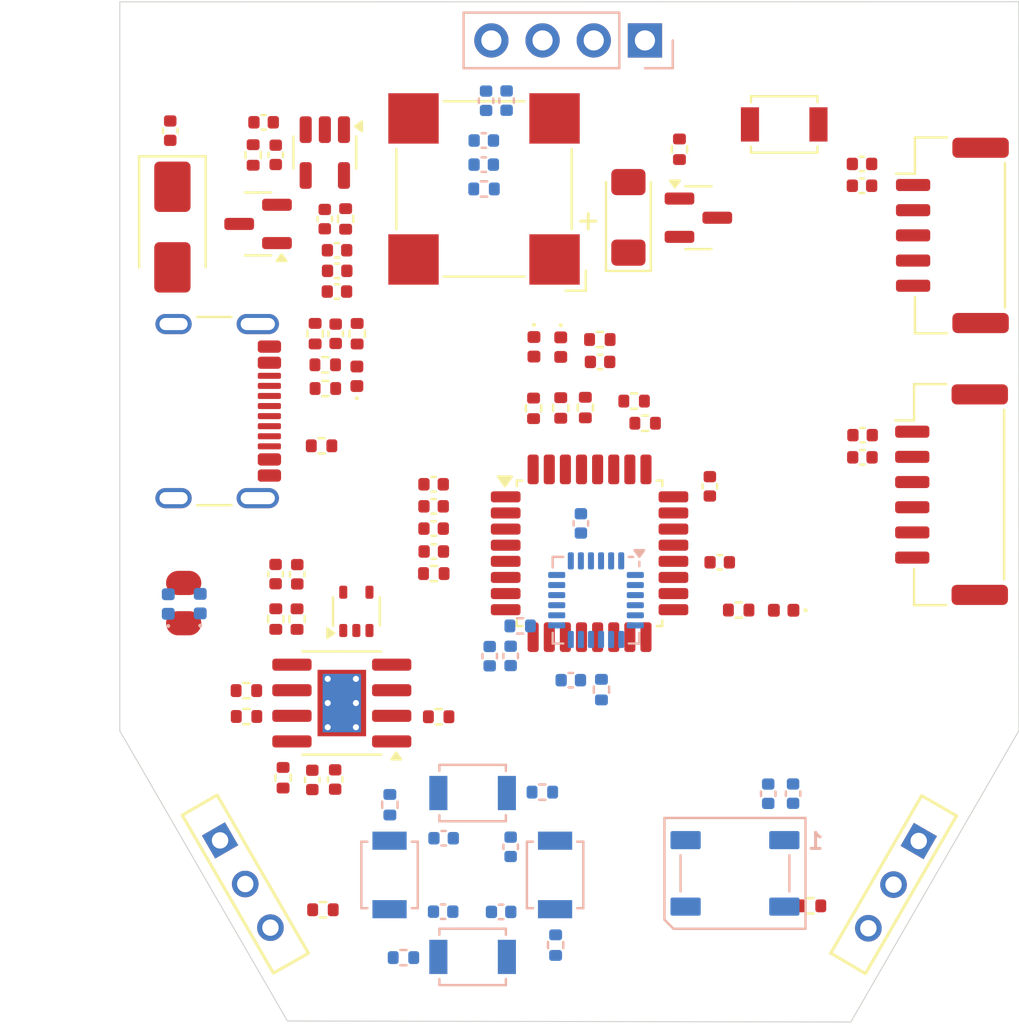
<source format=kicad_pcb>
(kicad_pcb (version 20241229) (generator "pcbnew") (generator_version "9.0")
  (layers (0 "F.Cu" signal) (2 "B.Cu" signal) (13 "F.Paste" user) (15 "B.Paste" user) (5 "F.SilkS" user "F.Silkscreen") (7 "B.SilkS" user "B.Silkscreen") (1 "F.Mask" user) (3 "B.Mask" user) (25 "Edge.Cuts" user))
  (net 0 "")
  (net 1 "GND")
  (net 2 "Net-(U1-AREF)")
  (net 3 "Net-(D2-A)")
  (net 4 "+3.3V")
  (net 5 "VBUS")
  (net 6 "DTR")
  (net 7 "Net-(SW1A-A)")
  (net 8 "+5V")
  (net 9 "Net-(U3-REGOUT)")
  (net 10 "Net-(U3-CPOUT)")
  (net 11 "/D4")
  (net 12 "/D6")
  (net 13 "/A1")
  (net 14 "/D5")
  (net 15 "Net-(D1-A)")
  (net 16 "Net-(D2-K)")
  (net 17 "Net-(D3-A)")
  (net 18 "Net-(D4-A)")
  (net 19 "Net-(D5-K)")
  (net 20 "Net-(D6-K)")
  (net 21 "Net-(D7-A)")
  (net 22 "/D2")
  (net 24 "Net-(J1-CC2)")
  (net 28 "Net-(J1-CC1)")
  (net 32 "+BATT")
  (net 33 "/SDA")
  (net 34 "/SCL")
  (net 36 "/MISO")
  (net 37 "/SCK")
  (net 39 "/MOSI")
  (net 40 "/RST")
  (net 42 "/TX")
  (net 43 "/RX")
  (net 45 "Net-(U3-AD0)")
  (net 46 "Net-(SW2-A)")
  (net 47 "Net-(U4-~{CHRG})")
  (net 48 "Net-(U4-~{STDBY})")
  (net 49 "Net-(U4-PROG)")
  (net 50 "Net-(U5-+)")
  (net 51 "Net-(SW2-B)")
  (net 52 "/D7")
  (net 53 "Net-(U1-AVCC)")
  (net 54 "Net-(U1-XTAL2{slash}PB7)")
  (net 55 "/D3")
  (net 57 "/A3")
  (net 58 "/A0")
  (net 59 "Net-(U1-XTAL1{slash}PB6)")
  (net 60 "/D9")
  (net 64 "/A2")
  (net 65 "/D10")
  (net 66 "/D8")
  (net 68 "Net-(U2-VOUT)")
  (net 76 "Net-(U3-VDD)")
  (net 84 "Net-(U4-CE)")
  (net 85 "Net-(SW6-A)")
  (net 86 "Net-(D9-K)")
  (net 87 "Net-(D9-A)")
  (net 88 "Net-(Q2-B)")
  (footprint "Capacitor_SMD:C_0402_1005Metric" (layer "F.Cu") (at 136.211 84.955)
    (property "Reference" "C8" (hide yes))
    (property "Value" "0.1uF")
    (pad "1" smd roundrect (at -0.48 0) (size 0.56 0.62) (layers "F.Cu" "F.Mask" "F.Paste") (net 7 "Net-(SW1A-A)"))
    (pad "2" smd roundrect (at 0.48 0) (size 0.56 0.62) (layers "F.Cu" "F.Mask" "F.Paste") (net 6 "DTR"))
  )
  (footprint "Resistor_SMD:R_0402_1005Metric" (layer "F.Cu") (at 138.449 87.999)
    (property "Reference" "R7" (hide yes))
    (property "Value" "10K")
    (pad "1" smd roundrect (at -0.51 0) (size 0.54 0.64) (layers "F.Cu" "F.Mask" "F.Paste") (net 33 "/SDA"))
    (pad "2" smd roundrect (at 0.51 0) (size 0.54 0.64) (layers "F.Cu" "F.Mask" "F.Paste") (net 4 "+3.3V"))
  )
  (footprint "Capacitor_SMD:C_0402_1005Metric" (layer "F.Cu") (at 141.66 91.13 -90)
    (property "Reference" "C34" (hide yes))
    (property "Value" "100nF")
    (pad "1" smd roundrect (at -0.48 0 270) (size 0.56 0.62) (layers "F.Cu" "F.Mask" "F.Paste") (net 1 "GND"))
    (pad "2" smd roundrect (at 0.48 0 270) (size 0.56 0.62) (layers "F.Cu" "F.Mask" "F.Paste") (net 13 "/A1"))
  )
  (footprint "LED_SMD:LED_0402_1005Metric" (layer "F.Cu") (at 134.26 84.2235 -90)
    (property "Reference" "D3" (hide yes))
    (property "Value" "LED")
    (pad "1" smd roundrect (at -0.485 0 270) (size 0.59 0.64) (layers "F.Cu" "F.Mask" "F.Paste") (net 1 "GND"))
    (pad "2" smd roundrect (at 0.485 0 270) (size 0.59 0.64) (layers "F.Cu" "F.Mask" "F.Paste") (net 17 "Net-(D3-A)"))
  )
  (footprint "Resistor_SMD:R_0402_1005Metric" (layer "F.Cu") (at 118.666 102.552)
    (property "Reference" "R19" (hide yes))
    (property "Value" "330E")
    (pad "1" smd roundrect (at -0.51 0) (size 0.54 0.64) (layers "F.Cu" "F.Mask" "F.Paste") (net 19 "Net-(D5-K)"))
    (pad "2" smd roundrect (at 0.51 0) (size 0.54 0.64) (layers "F.Cu" "F.Mask" "F.Paste") (net 47 "Net-(U4-~{CHRG})"))
  )
  (footprint "Capacitor_SMD:C_0402_1005Metric" (layer "F.Cu") (at 122.5485 77.869 90)
    (property "Reference" "C18" (hide yes))
    (property "Value" "100nF")
    (pad "1" smd roundrect (at -0.48 0 90) (size 0.56 0.62) (layers "F.Cu" "F.Mask" "F.Paste") (net 4 "+3.3V"))
    (pad "2" smd roundrect (at 0.48 0 90) (size 0.56 0.62) (layers "F.Cu" "F.Mask" "F.Paste") (net 1 "GND"))
  )
  (footprint "Resistor_SMD:R_0402_1005Metric" (layer "F.Cu") (at 135.48 87.221 90)
    (property "Reference" "R6" (hide yes))
    (property "Value" "0")
    (pad "1" smd roundrect (at -0.51 0 90) (size 0.54 0.64) (layers "F.Cu" "F.Mask" "F.Paste") (net 40 "/RST"))
    (pad "2" smd roundrect (at 0.51 0 90) (size 0.54 0.64) (layers "F.Cu" "F.Mask" "F.Paste") (net 7 "Net-(SW1A-A)"))
  )
  (footprint "Resistor_SMD:R_0402_1005Metric" (layer "F.Cu") (at 122.571 85.1)
    (property "Reference" "R3" (hide yes))
    (property "Value" "0")
    (pad "1" smd roundrect (at -0.51 0) (size 0.54 0.64) (layers "F.Cu" "F.Mask" "F.Paste") (net 8 "+5V"))
    (pad "2" smd roundrect (at 0.51 0) (size 0.54 0.64) (layers "F.Cu" "F.Mask" "F.Paste") (net 3 "Net-(D2-A)"))
  )
  (footprint "Package_TO_SOT_SMD:SOT-23" (layer "F.Cu") (at 119.239 78.108 180)
    (property "Reference" "Q1" (hide yes))
    (property "Value" "A03401A")
    (pad "1" smd roundrect (at -0.9375 -0.95 180) (size 1.475 0.6) (layers "F.Cu" "F.Mask" "F.Paste") (net 3 "Net-(D2-A)"))
    (pad "2" smd roundrect (at -0.9375 0.95 180) (size 1.475 0.6) (layers "F.Cu" "F.Mask" "F.Paste") (net 32 "+BATT"))
    (pad "3" smd roundrect (at 0.9375 0 180) (size 1.475 0.6) (layers "F.Cu" "F.Mask" "F.Paste") (net 16 "Net-(D2-K)"))
  )
  (footprint "Resistor_SMD:R_0402_1005Metric" (layer "F.Cu") (at 123.5835 77.86 -90)
    (property "Reference" "R17" (hide yes))
    (property "Value" "0")
    (pad "1" smd roundrect (at -0.51 0 270) (size 0.54 0.64) (layers "F.Cu" "F.Mask" "F.Paste") (net 68 "Net-(U2-VOUT)"))
    (pad "2" smd roundrect (at 0.51 0 270) (size 0.54 0.64) (layers "F.Cu" "F.Mask" "F.Paste") (net 4 "+3.3V"))
  )
  (footprint "Resistor_SMD:R_0402_1005Metric" (layer "F.Cu") (at 122.07 83.554 90)
    (property "Reference" "R8" (hide yes))
    (property "Value" "100K")
    (pad "1" smd roundrect (at -0.51 0 90) (size 0.54 0.64) (layers "F.Cu" "F.Mask" "F.Paste") (net 3 "Net-(D2-A)"))
    (pad "2" smd roundrect (at 0.51 0 90) (size 0.54 0.64) (layers "F.Cu" "F.Mask" "F.Paste") (net 1 "GND"))
  )
  (footprint "Resistor_SMD:R_0402_1005Metric" (layer "F.Cu") (at 128.201 102.566 180)
    (property "Reference" "R23" (hide yes))
    (property "Value" "1K2")
    (pad "1" smd roundrect (at -0.51 0 180) (size 0.54 0.64) (layers "F.Cu" "F.Mask" "F.Paste") (net 1 "GND"))
    (pad "2" smd roundrect (at 0.51 0 180) (size 0.54 0.64) (layers "F.Cu" "F.Mask" "F.Paste") (net 49 "Net-(U4-PROG)"))
  )
  (footprint "Diode_SMD:D_MiniMELF" (layer "F.Cu") (at 137.6175 77.782 90)
    (property "Reference" "D9" (hide yes))
    (property "Value" "1N4148")
    (pad "1" smd roundrect (at -1.75 0 90) (size 1.3 1.7) (layers "F.Cu" "F.Mask" "F.Paste") (roundrect_rratio 0.1923076923) (net 86 "Net-(D9-K)"))
    (pad "2" smd roundrect (at 1.75 0 90) (size 1.3 1.7) (layers "F.Cu" "F.Mask" "F.Paste") (roundrect_rratio 0.1923076923) (net 87 "Net-(D9-A)"))
  )
  (footprint "LED_SMD:LED_0402_1005Metric" (layer "F.Cu") (at 145.3225 97.28 180)
    (property "Reference" "D1" (hide yes))
    (property "Value" "LED")
    (pad "1" smd roundrect (at -0.485 0 180) (size 0.59 0.64) (layers "F.Cu" "F.Mask" "F.Paste") (net 1 "GND"))
    (pad "2" smd roundrect (at 0.485 0 180) (size 0.59 0.64) (layers "F.Cu" "F.Mask" "F.Paste") (net 15 "Net-(D1-A)"))
  )
  (footprint "Capacitor_SMD:C_0402_1005Metric" (layer "F.Cu") (at 120.1145 74.68 -90)
    (property "Reference" "C6" (hide yes))
    (property "Value" "10uF")
    (pad "1" smd roundrect (at -0.48 0 270) (size 0.56 0.62) (layers "F.Cu" "F.Mask" "F.Paste") (net 5 "VBUS"))
    (pad "2" smd roundrect (at 0.48 0 270) (size 0.56 0.62) (layers "F.Cu" "F.Mask" "F.Paste") (net 1 "GND"))
  )
  (footprint "Resistor_SMD:R_0402_1005Metric" (layer "F.Cu") (at 124.154 83.557 -90)
    (property "Reference" "R24" (hide yes))
    (property "Value" "100E")
    (pad "1" smd roundrect (at -0.51 0 270) (size 0.54 0.64) (layers "F.Cu" "F.Mask" "F.Paste") (net 4 "+3.3V"))
    (pad "2" smd roundrect (at 0.51 0 270) (size 0.54 0.64) (layers "F.Cu" "F.Mask" "F.Paste") (net 21 "Net-(D7-A)"))
  )
  (footprint "Capacitor_SMD:C_0402_1005Metric" (layer "F.Cu") (at 121.1835 95.495 90)
    (property "Reference" "C23" (hide yes))
    (property "Value" "10uF")
    (pad "1" smd roundrect (at -0.48 0 90) (size 0.56 0.62) (layers "F.Cu" "F.Mask" "F.Paste") (net 4 "+3.3V"))
    (pad "2" smd roundrect (at 0.48 0 90) (size 0.56 0.62) (layers "F.Cu" "F.Mask" "F.Paste") (net 1 "GND"))
  )
  (footprint "Resistor_SMD:R_0402_1005Metric" (layer "F.Cu") (at 121.172 97.72 90)
    (property "Reference" "R29" (hide yes))
    (property "Value" "1K")
    (pad "1" smd roundrect (at -0.51 0 90) (size 0.54 0.64) (layers "F.Cu" "F.Mask" "F.Paste") (net 1 "GND"))
    (pad "2" smd roundrect (at 0.51 0 90) (size 0.54 0.64) (layers "F.Cu" "F.Mask" "F.Paste") (net 50 "Net-(U5-+)"))
  )
  (footprint "Package_TO_SOT_SMD:SOT-353_SC-70-5" (layer "F.Cu") (at 124.1165 97.335 90)
    (property "Reference" "U5" (hide yes))
    (property "Value" "LMV321")
    (pad "1" smd roundrect (at -0.95 -0.65 90) (size 0.65 0.4) (layers "F.Cu" "F.Mask" "F.Paste") (net 50 "Net-(U5-+)"))
    (pad "2" smd roundrect (at -0.95 0 90) (size 0.65 0.4) (layers "F.Cu" "F.Mask" "F.Paste") (net 1 "GND"))
    (pad "3" smd roundrect (at -0.95 0.65 90) (size 0.65 0.4) (layers "F.Cu" "F.Mask" "F.Paste") (net 13 "/A1"))
    (pad "4" smd roundrect (at 0.95 0.65 90) (size 0.65 0.4) (layers "F.Cu" "F.Mask" "F.Paste") (net 13 "/A1"))
    (pad "5" smd roundrect (at 0.95 -0.65 90) (size 0.65 0.4) (layers "F.Cu" "F.Mask" "F.Paste") (net 4 "+3.3V"))
  )
  (footprint "Capacitor_SMD:C_0402_1005Metric" (layer "F.Cu") (at 123.09 83.56 -90)
    (property "Reference" "C2" (hide yes))
    (property "Value" "10uF")
    (pad "1" smd roundrect (at -0.48 0 270) (size 0.56 0.62) (layers "F.Cu" "F.Mask" "F.Paste") (net 1 "GND"))
    (pad "2" smd roundrect (at 0.48 0 270) (size 0.56 0.62) (layers "F.Cu" "F.Mask" "F.Paste") (net 3 "Net-(D2-A)"))
  )
  (footprint "Capacitor_SMD:C_0402_1005Metric" (layer "F.Cu") (at 149.2105 75.131 180)
    (property "Reference" "C33" (hide yes))
    (property "Value" "10uF")
    (pad "1" smd roundrect (at -0.48 0 180) (size 0.56 0.62) (layers "F.Cu" "F.Mask" "F.Paste") (net 5 "VBUS"))
    (pad "2" smd roundrect (at 0.48 0 180) (size 0.56 0.62) (layers "F.Cu" "F.Mask" "F.Paste") (net 1 "GND"))
  )
  (footprint "Resistor_SMD:R_0402_1005Metric" (layer "F.Cu") (at 118.659 101.268)
    (property "Reference" "R20" (hide yes))
    (property "Value" "330E")
    (pad "1" smd roundrect (at -0.51 0) (size 0.54 0.64) (layers "F.Cu" "F.Mask" "F.Paste") (net 20 "Net-(D6-K)"))
    (pad "2" smd roundrect (at 0.51 0) (size 0.54 0.64) (layers "F.Cu" "F.Mask" "F.Paste") (net 48 "Net-(U4-~{STDBY})"))
  )
  (footprint "Resistor_SMD:R_0402_1005Metric" (layer "F.Cu") (at 120.479 105.592 90)
    (property "Reference" "R22" (hide yes))
    (property "Value" "0")
    (pad "1" smd roundrect (at -0.51 0 90) (size 0.54 0.64) (layers "F.Cu" "F.Mask" "F.Paste") (net 8 "+5V"))
    (pad "2" smd roundrect (at 0.51 0 90) (size 0.54 0.64) (layers "F.Cu" "F.Mask" "F.Paste") (net 84 "Net-(U4-CE)"))
  )
  (footprint "Connector_JST:JST_PH_B2B-PH-K_1x02_P2.00mm_Vertical" (layer "F.Cu") (at 115.546 95.925 -90)
    (property "Reference" "J2" (hide yes))
    (property "Value" "Conn_01x02_MountingPin" (hide yes))
    (pad "1" smd oval (at 0 0 270) (size 1.2 1.75) (layers "F.Cu" "F.Mask" "F.Paste") (net 32 "+BATT"))
    (pad "2" smd oval (at 2 0 270) (size 1.2 1.75) (layers "F.Cu" "F.Mask" "F.Paste") (net 1 "GND"))
  )
  (footprint "Resistor_SMD:R_0402_1005Metric" (layer "F.Cu") (at 132.91 87.26 90)
    (property "Reference" "R15" (hide yes))
    (property "Value" "1K")
    (pad "1" smd roundrect (at -0.51 0 90) (size 0.54 0.64) (layers "F.Cu" "F.Mask" "F.Paste") (net 42 "/TX"))
    (pad "2" smd roundrect (at 0.51 0 90) (size 0.54 0.64) (layers "F.Cu" "F.Mask" "F.Paste") (net 18 "Net-(D4-A)"))
  )
  (footprint "Capacitor_SMD:C_0402_1005Metric" (layer "F.Cu") (at 127.951 91.0285)
    (property "Reference" "C7" (hide yes))
    (property "Value" "100nF")
    (pad "1" smd roundrect (at -0.48 0) (size 0.56 0.62) (layers "F.Cu" "F.Mask" "F.Paste") (net 4 "+3.3V"))
    (pad "2" smd roundrect (at 0.48 0) (size 0.56 0.62) (layers "F.Cu" "F.Mask" "F.Paste") (net 1 "GND"))
  )
  (footprint "Capacitor_SMD:C_0402_1005Metric" (layer "F.Cu") (at 123.1585 79.414 180)
    (property "Reference" "C14" (hide yes))
    (property "Value" "10uF")
    (pad "1" smd roundrect (at -0.48 0 180) (size 0.56 0.62) (layers "F.Cu" "F.Mask" "F.Paste") (net 4 "+3.3V"))
    (pad "2" smd roundrect (at 0.48 0 180) (size 0.56 0.62) (layers "F.Cu" "F.Mask" "F.Paste") (net 1 "GND"))
  )
  (footprint "Resistor_SMD:R_0402_1005Metric" (layer "F.Cu") (at 134.26 87.24 90)
    (property "Reference" "R14" (hide yes))
    (property "Value" "1K")
    (pad "1" smd roundrect (at -0.51 0 90) (size 0.54 0.64) (layers "F.Cu" "F.Mask" "F.Paste") (net 43 "/RX"))
    (pad "2" smd roundrect (at 0.51 0 90) (size 0.54 0.64) (layers "F.Cu" "F.Mask" "F.Paste") (net 17 "Net-(D3-A)"))
  )
  (footprint "Capacitor_SMD:C_0402_1005Metric" (layer "F.Cu") (at 127.95 93.2285)
    (property "Reference" "C5" (hide yes))
    (property "Value" "10uF")
    (pad "1" smd roundrect (at -0.48 0) (size 0.56 0.62) (layers "F.Cu" "F.Mask" "F.Paste") (net 4 "+3.3V"))
    (pad "2" smd roundrect (at 0.48 0) (size 0.56 0.62) (layers "F.Cu" "F.Mask" "F.Paste") (net 1 "GND"))
  )
  (footprint "Connector_JST:JST_GH_BM05B-GHS-TBT_1x05-1MP_P1.25mm_Vertical" (layer "F.Cu") (at 153.6965 78.676 -90)
    (property "Reference" "J5" (hide yes))
    (property "Value" "FTDI")
    (pad "1" smd roundrect (at -2.5 1.95 270) (size 0.6 1.7) (layers "F.Cu" "F.Mask" "F.Paste") (net 5 "VBUS"))
    (pad "2" smd roundrect (at -1.25 1.95 270) (size 0.6 1.7) (layers "F.Cu" "F.Mask" "F.Paste") (net 1 "GND"))
    (pad "3" smd roundrect (at 0 1.95 270) (size 0.6 1.7) (layers "F.Cu" "F.Mask" "F.Paste") (net 42 "/TX"))
    (pad "4" smd roundrect (at 1.25 1.95 270) (size 0.6 1.7) (layers "F.Cu" "F.Mask" "F.Paste") (net 43 "/RX"))
    (pad "5" smd roundrect (at 2.5 1.95 270) (size 0.6 1.7) (layers "F.Cu" "F.Mask" "F.Paste") (net 6 "DTR"))
    (pad "MP" smd roundrect (at -4.35 -1.4 270) (size 1 2.8) (layers "F.Cu" "F.Mask" "F.Paste"))
    (pad "MP" smd roundrect (at 4.35 -1.4 270) (size 1 2.8) (layers "F.Cu" "F.Mask" "F.Paste"))
  )
  (footprint "Package_QFP:TQFP-32_7x7mm_P0.8mm" (layer "F.Cu") (at 135.69 94.4525)
    (property "Reference" "U1" (hide yes))
    (property "Value" "ATmega328PB-A")
    (pad "1" smd roundrect (at -4.1625 -2.8) (size 1.475 0.55) (layers "F.Cu" "F.Mask" "F.Paste") (net 55 "/D3"))
    (pad "2" smd roundrect (at -4.1625 -2) (size 1.475 0.55) (layers "F.Cu" "F.Mask" "F.Paste") (net 11 "/D4"))
    (pad "3" smd roundrect (at -4.1625 -1.2) (size 1.475 0.55) (layers "F.Cu" "F.Mask" "F.Paste"))
    (pad "4" smd roundrect (at -4.1625 -0.4) (size 1.475 0.55) (layers "F.Cu" "F.Mask" "F.Paste") (net 53 "Net-(U1-AVCC)"))
    (pad "5" smd roundrect (at -4.1625 0.4) (size 1.475 0.55) (layers "F.Cu" "F.Mask" "F.Paste") (net 1 "GND"))
    (pad "6" smd roundrect (at -4.1625 1.2) (size 1.475 0.55) (layers "F.Cu" "F.Mask" "F.Paste"))
    (pad "7" smd roundrect (at -4.1625 2) (size 1.475 0.55) (layers "F.Cu" "F.Mask" "F.Paste") (net 59 "Net-(U1-XTAL1{slash}PB6)"))
    (pad "8" smd roundrect (at -4.1625 2.8) (size 1.475 0.55) (layers "F.Cu" "F.Mask" "F.Paste") (net 54 "Net-(U1-XTAL2{slash}PB7)"))
    (pad "9" smd roundrect (at -2.8 4.1625) (size 0.55 1.475) (layers "F.Cu" "F.Mask" "F.Paste") (net 14 "/D5"))
    (pad "10" smd roundrect (at -2 4.1625) (size 0.55 1.475) (layers "F.Cu" "F.Mask" "F.Paste") (net 12 "/D6"))
    (pad "11" smd roundrect (at -1.2 4.1625) (size 0.55 1.475) (layers "F.Cu" "F.Mask" "F.Paste") (net 52 "/D7"))
    (pad "12" smd roundrect (at -0.4 4.1625) (size 0.55 1.475) (layers "F.Cu" "F.Mask" "F.Paste") (net 66 "/D8"))
    (pad "13" smd roundrect (at 0.4 4.1625) (size 0.55 1.475) (layers "F.Cu" "F.Mask" "F.Paste") (net 60 "/D9"))
    (pad "14" smd roundrect (at 1.2 4.1625) (size 0.55 1.475) (layers "F.Cu" "F.Mask" "F.Paste") (net 65 "/D10"))
    (pad "15" smd roundrect (at 2 4.1625) (size 0.55 1.475) (layers "F.Cu" "F.Mask" "F.Paste") (net 39 "/MOSI"))
    (pad "16" smd roundrect (at 2.8 4.1625) (size 0.55 1.475) (layers "F.Cu" "F.Mask" "F.Paste") (net 36 "/MISO"))
    (pad "17" smd roundrect (at 4.1625 2.8) (size 1.475 0.55) (layers "F.Cu" "F.Mask" "F.Paste") (net 37 "/SCK"))
    (pad "18" smd roundrect (at 4.1625 2) (size 1.475 0.55) (layers "F.Cu" "F.Mask" "F.Paste") (net 53 "Net-(U1-AVCC)"))
    (pad "19" smd roundrect (at 4.1625 1.2) (size 1.475 0.55) (layers "F.Cu" "F.Mask" "F.Paste"))
    (pad "20" smd roundrect (at 4.1625 0.4) (size 1.475 0.55) (layers "F.Cu" "F.Mask" "F.Paste") (net 2 "Net-(U1-AREF)"))
    (pad "21" smd roundrect (at 4.1625 -0.4) (size 1.475 0.55) (layers "F.Cu" "F.Mask" "F.Paste") (net 1 "GND"))
    (pad "22" smd roundrect (at 4.1625 -1.2) (size 1.475 0.55) (layers "F.Cu" "F.Mask" "F.Paste"))
    (pad "23" smd roundrect (at 4.1625 -2) (size 1.475 0.55) (layers "F.Cu" "F.Mask" "F.Paste") (net 58 "/A0"))
    (pad "24" smd roundrect (at 4.1625 -2.8) (size 1.475 0.55) (layers "F.Cu" "F.Mask" "F.Paste") (net 13 "/A1"))
    (pad "25" smd roundrect (at 2.8 -4.1625) (size 0.55 1.475) (layers "F.Cu" "F.Mask" "F.Paste") (net 64 "/A2"))
    (pad "26" smd roundrect (at 2 -4.1625) (size 0.55 1.475) (layers "F.Cu" "F.Mask" "F.Paste") (net 57 "/A3"))
    (pad "27" smd roundrect (at 1.2 -4.1625) (size 0.55 1.475) (layers "F.Cu" "F.Mask" "F.Paste") (net 33 "/SDA"))
    (pad "28" smd roundrect (at 0.4 -4.1625) (size 0.55 1.475) (layers "F.Cu" "F.Mask" "F.Paste") (net 34 "/SCL"))
    (pad "29" smd roundrect (at -0.4 -4.1625) (size 0.55 1.475) (layers "F.Cu" "F.Mask" "F.Paste") (net 40 "/RST"))
    (pad "30" smd roundrect (at -1.2 -4.1625) (size 0.55 1.475) (layers "F.Cu" "F.Mask" "F.Paste") (net 43 "/RX"))
    (pad "31" smd roundrect (at -2 -4.1625) (size 0.55 1.475) (layers "F.Cu" "F.Mask" "F.Paste") (net 42 "/TX"))
    (pad "32" smd roundrect (at -2.8 -4.1625) (size 0.55 1.475) (layers "F.Cu" "F.Mask" "F.Paste") (net 22 "/D2"))
  )
  (footprint "Package_TO_SOT_SMD:SOT-23" (layer "F.Cu") (at 141.09 77.8)
    (property "Reference" "Q2" (hide yes))
    (property "Value" "MMBT2222A")
    (pad "1" smd roundrect (at -0.9375 -0.95) (size 1.475 0.6) (layers "F.Cu" "F.Mask" "F.Paste") (net 88 "Net-(Q2-B)"))
    (pad "2" smd roundrect (at -0.9375 0.95) (size 1.475 0.6) (layers "F.Cu" "F.Mask" "F.Paste") (net 1 "GND"))
    (pad "3" smd roundrect (at 0.9375 0) (size 1.475 0.6) (layers "F.Cu" "F.Mask" "F.Paste") (net 87 "Net-(D9-A)"))
  )
  (footprint "Package_SO:SOIC-8-1EP_3.9x4.9mm_P1.27mm_EP2.41x3.3mm_ThermalVias" (layer "F.Cu") (at 123.395 101.885 180)
    (property "Reference" "U4" (hide yes))
    (property "Value" "TP4056-42-ESOP8")
    (pad "1" smd roundrect (at -2.475 -1.905 180) (size 1.95 0.6) (layers "F.Cu" "F.Mask" "F.Paste") (net 49 "Net-(U4-PROG)"))
    (pad "2" smd roundrect (at -2.475 -0.635 180) (size 1.95 0.6) (layers "F.Cu" "F.Mask" "F.Paste") (net 49 "Net-(U4-PROG)"))
    (pad "3" smd roundrect (at -2.475 0.635 180) (size 1.95 0.6) (layers "F.Cu" "F.Mask" "F.Paste") (net 1 "GND"))
    (pad "4" smd roundrect (at -2.475 1.905 180) (size 1.95 0.6) (layers "F.Cu" "F.Mask" "F.Paste") (net 84 "Net-(U4-CE)"))
    (pad "5" smd roundrect (at 2.475 1.905 180) (size 1.95 0.6) (layers "F.Cu" "F.Mask" "F.Paste") (net 32 "+BATT"))
    (pad "6" smd roundrect (at 2.475 0.635 180) (size 1.95 0.6) (layers "F.Cu" "F.Mask" "F.Paste") (net 48 "Net-(U4-~{STDBY})"))
    (pad "7" smd roundrect (at 2.475 -0.635 180) (size 1.95 0.6) (layers "F.Cu" "F.Mask" "F.Paste") (net 47 "Net-(U4-~{CHRG})"))
    (pad "8" smd roundrect (at 2.475 -1.905 180) (size 1.95 0.6) (layers "F.Cu" "F.Mask" "F.Paste") (net 84 "Net-(U4-CE)"))
    (pad "9" thru_hole circle (at -0.7 -1.2 180) (size 0.5 0.5) (drill 0.3) (property pad_prop_heatsink) (layers "*.Cu") (net 1 "GND"))
    (pad "9" thru_hole circle (at -0.7 0 180) (size 0.5 0.5) (drill 0.3) (property pad_prop_heatsink) (layers "*.Cu") (net 1 "GND"))
    (pad "9" thru_hole circle (at -0.7 1.2 180) (size 0.5 0.5) (drill 0.3) (property pad_prop_heatsink) (layers "*.Cu") (net 1 "GND"))
    (pad "9" smd rect (at 0 0 180) (size 1.9 2.9) (property pad_prop_heatsink) (layers "B.Cu") (net 1 "GND"))
    (pad "9" smd rect (at 0 0 180) (size 2.41 3.3) (property pad_prop_heatsink) (layers "F.Cu" "F.Mask") (net 1 "GND"))
    (pad "9" thru_hole circle (at 0.7 -1.2 180) (size 0.5 0.5) (drill 0.3) (property pad_prop_heatsink) (layers "*.Cu") (net 1 "GND"))
    (pad "9" thru_hole circle (at 0.7 0 180) (size 0.5 0.5) (drill 0.3) (property pad_prop_heatsink) (layers "*.Cu") (net 1 "GND"))
    (pad "9" thru_hole circle (at 0.7 1.2 180) (size 0.5 0.5) (drill 0.3) (property pad_prop_heatsink) (layers "*.Cu") (net 1 "GND"))
  )
  (footprint "Connector_USB:USB_C_Receptacle_GCT_USB4105-xx-A_16P_TopMnt_Horizontal" (layer "F.Cu") (at 116.1195 87.396 -90)
    (property "Reference" "J1" (hide yes))
    (property "Value" "USB_C_Receptacle_USB2.0_16P")
    (pad "" np_thru_hole circle (at -2.89 -2.605 270) (size 0.65 0.65) (drill 0.65) (layers "*.Cu" "*.Mask"))
    (pad "" np_thru_hole circle (at 2.89 -2.605 270) (size 0.65 0.65) (drill 0.65) (layers "*.Cu" "*.Mask"))
    (pad "A1" smd roundrect (at -3.2 -3.68 270) (size 0.6 1.15) (layers "F.Cu" "F.Mask" "F.Paste") (net 1 "GND"))
    (pad "A4" smd roundrect (at -2.4 -3.68 270) (size 0.6 1.15) (layers "F.Cu" "F.Mask" "F.Paste") (net 8 "+5V"))
    (pad "A5" smd roundrect (at -1.25 -3.68 270) (size 0.3 1.15) (layers "F.Cu" "F.Mask" "F.Paste") (net 28 "Net-(J1-CC1)"))
    (pad "A6" smd roundrect (at -0.25 -3.68 270) (size 0.3 1.15) (layers "F.Cu" "F.Mask" "F.Paste"))
    (pad "A7" smd roundrect (at 0.25 -3.68 270) (size 0.3 1.15) (layers "F.Cu" "F.Mask" "F.Paste"))
    (pad "A8" smd roundrect (at 1.25 -3.68 270) (size 0.3 1.15) (layers "F.Cu" "F.Mask" "F.Paste"))
    (pad "A9" smd roundrect (at 2.4 -3.68 270) (size 0.6 1.15) (layers "F.Cu" "F.Mask" "F.Paste") (net 8 "+5V"))
    (pad "A12" smd roundrect (at 3.2 -3.68 270) (size 0.6 1.15) (layers "F.Cu" "F.Mask" "F.Paste") (net 1 "GND"))
    (pad "B1" smd roundrect (at 3.2 -3.68 270) (size 0.6 1.15) (layers "F.Cu" "F.Mask" "F.Paste") (net 1 "GND"))
    (pad "B4" smd roundrect (at 2.4 -3.68 270) (size 0.6 1.15) (layers "F.Cu" "F.Mask" "F.Paste") (net 8 "+5V"))
    (pad "B5" smd roundrect (at 1.75 -3.68 270) (size 0.3 1.15) (layers "F.Cu" "F.Mask" "F.Paste") (net 24 "Net-(J1-CC2)"))
    (pad "B6" smd roundrect (at 0.75 -3.68 270) (size 0.3 1.15) (layers "F.Cu" "F.Mask" "F.Paste"))
    (pad "B7" smd roundrect (at -0.75 -3.68 270) (size 0.3 1.15) (layers "F.Cu" "F.Mask" "F.Paste"))
    (pad "B8" smd roundrect (at -1.75 -3.68 270) (size 0.3 1.15) (layers "F.Cu" "F.Mask" "F.Paste"))
    (pad "B9" smd roundrect (at -2.4 -3.68 270) (size 0.6 1.15) (layers "F.Cu" "F.Mask" "F.Paste") (net 8 "+5V"))
    (pad "B12" smd roundrect (at -3.2 -3.68 270) (size 0.6 1.15) (layers "F.Cu" "F.Mask" "F.Paste") (net 1 "GND"))
    (pad "S1" thru_hole oval (at -4.32 -3.105 270) (size 1 2.1) (drill oval 0.6 1.7) (property pad_prop_heatsink) (layers "*.Cu" "*.Mask" "F.Paste") (net 1 "GND"))
    (pad "S1" thru_hole oval (at -4.32 1.075 270) (size 1 1.8) (drill oval 0.6 1.4) (property pad_prop_heatsink) (layers "*.Cu" "*.Mask" "F.Paste") (net 1 "GND"))
    (pad "S1" thru_hole oval (at 4.32 -3.105 270) (size 1 2.1) (drill oval 0.6 1.7) (property pad_prop_heatsink) (layers "*.Cu" "*.Mask" "F.Paste") (net 1 "GND"))
    (pad "S1" thru_hole oval (at 4.32 1.075 270) (size 1 1.8) (drill oval 0.6 1.4) (property pad_prop_heatsink) (layers "*.Cu" "*.Mask" "F.Paste") (net 1 "GND"))
  )
  (footprint "Buzzer_Beeper:MagneticBuzzer_CUI_CMT-8504-100-SMT" (layer "F.Cu") (at 130.4525 76.372 180)
    (property "Reference" "MLT1" (hide yes))
    (property "Value" "Buzzer")
    (fp_text user "+" (at -5.1 -1.6 90) (layer "F.SilkS"))
    (pad "1" smd rect (at -3.5 -3.5 90) (size 2.5 2.5) (layers "F.Cu" "F.Mask" "F.Paste") (net 86 "Net-(D9-K)"))
    (pad "2" smd rect (at -3.5 3.5 90) (size 2.5 2.5) (layers "F.Cu" "F.Mask" "F.Paste") (net 87 "Net-(D9-A)"))
    (pad "3" smd rect (at 3.5 3.5 90) (size 2.5 2.5) (layers "F.Cu" "F.Mask" "F.Paste"))
    (pad "4" smd rect (at 3.5 -3.5 90) (size 2.5 2.5) (layers "F.Cu" "F.Mask" "F.Paste"))
  )
  (footprint "Capacitor_SMD:C_0402_1005Metric" (layer "F.Cu") (at 119.5135 73.064)
    (property "Reference" "C11" (hide yes))
    (property "Value" "100nF")
    (pad "1" smd roundrect (at -0.48 0) (size 0.56 0.62) (layers "F.Cu" "F.Mask" "F.Paste") (net 1 "GND"))
    (pad "2" smd roundrect (at 0.48 0) (size 0.56 0.62) (layers "F.Cu" "F.Mask" "F.Paste") (net 5 "VBUS"))
  )
  (footprint "SWITCH_TACTILE:SLW-883935_CUD" (layer "F.Cu") (at 117.352 108.7019 30)
    (property "Reference" "SW2" (hide yes))
    (property "Value" "SW_SPDT_321")
    (pad "1" thru_hole rect (at 0 0 30) (size 1.3208 1.3208) (drill 0.8128) (layers "*.Cu" "*.Mask") (net 1 "GND"))
    (pad "2" thru_hole circle (at 0 2.5 30) (size 1.3208 1.3208) (drill 0.8128) (layers "*.Cu" "*.Mask") (net 51 "Net-(SW2-B)"))
    (pad "3" thru_hole circle (at 0 5 30) (size 1.3208 1.3208) (drill 0.8128) (layers "*.Cu" "*.Mask") (net 46 "Net-(SW2-A)"))
  )
  (footprint "Resistor_SMD:R_0402_1005Metric" (layer "F.Cu") (at 143.09 97.27)
    (property "Reference" "R10" (hide yes))
    (property "Value" "1K")
    (pad "1" smd roundrect (at -0.51 0) (size 0.54 0.64) (layers "F.Cu" "F.Mask" "F.Paste") (net 37 "/SCK"))
    (pad "2" smd roundrect (at 0.51 0) (size 0.54 0.64) (layers "F.Cu" "F.Mask" "F.Paste") (net 15 "Net-(D1-A)"))
  )
  (footprint "Resistor_SMD:R_0402_1005Metric" (layer "F.Cu") (at 122.39 89.12)
    (property "Reference" "R2" (hide yes))
    (property "Value" "5K1")
    (pad "1" smd roundrect (at -0.51 0) (size 0.54 0.64) (layers "F.Cu" "F.Mask" "F.Paste") (net 24 "Net-(J1-CC2)"))
    (pad "2" smd roundrect (at 0.51 0) (size 0.54 0.64) (layers "F.Cu" "F.Mask" "F.Paste") (net 1 "GND"))
  )
  (footprint "Resistor_SMD:R_0402_1005Metric" (layer "F.Cu") (at 146.655 111.95)
    (property "Reference" "R31" (hide yes))
    (property "Value" "1K")
    (pad "1" smd roundrect (at -0.51 0) (size 0.54 0.64) (layers "F.Cu" "F.Mask" "F.Paste") (net 4 "+3.3V"))
    (pad "2" smd roundrect (at 0.51 0) (size 0.54 0.64) (layers "F.Cu" "F.Mask" "F.Paste") (net 85 "Net-(SW6-A)"))
  )
  (footprint "Connector_JST:JST_GH_BM06B-GHS-TBT_1x06-1MP_P1.25mm_Vertical" (layer "F.Cu") (at 153.6555 91.543 -90)
    (property "Reference" "J4" (hide yes))
    (property "Value" "ICSP")
    (pad "1" smd roundrect (at -3.125 1.95 270) (size 0.6 1.7) (layers "F.Cu" "F.Mask" "F.Paste") (net 5 "VBUS"))
    (pad "2" smd roundrect (at -1.875 1.95 270) (size 0.6 1.7) (layers "F.Cu" "F.Mask" "F.Paste") (net 1 "GND"))
    (pad "3" smd roundrect (at -0.625 1.95 270) (size 0.6 1.7) (layers "F.Cu" "F.Mask" "F.Paste") (net 39 "/MOSI"))
    (pad "4" smd roundrect (at 0.625 1.95 270) (size 0.6 1.7) (layers "F.Cu" "F.Mask" "F.Paste") (net 36 "/MISO"))
    (pad "5" smd roundrect (at 1.875 1.95 270) (size 0.6 1.7) (layers "F.Cu" "F.Mask" "F.Paste") (net 37 "/SCK"))
    (pad "6" smd roundrect (at 3.125 1.95 270) (size 0.6 1.7) (layers "F.Cu" "F.Mask" "F.Paste") (net 40 "/RST"))
    (pad "MP" smd roundrect (at -4.975 -1.4 270) (size 1 2.8) (layers "F.Cu" "F.Mask" "F.Paste"))
    (pad "MP" smd roundrect (at 4.975 -1.4 270) (size 1 2.8) (layers "F.Cu" "F.Mask" "F.Paste"))
  )
  (footprint "Resistor_SMD:R_0402_1005Metric" (layer "F.Cu") (at 122.579 86.276)
    (property "Reference" "R4" (hide yes))
    (property "Value" "5K1")
    (pad "1" smd roundrect (at -0.51 0) (size 0.54 0.64) (layers "F.Cu" "F.Mask" "F.Paste") (net 28 "Net-(J1-CC1)"))
    (pad "2" smd roundrect (at 0.51 0) (size 0.54 0.64) (layers "F.Cu" "F.Mask" "F.Paste") (net 1 "GND"))
  )
  (footprint "LED_SMD:LED_0402_1005Metric" (layer "F.Cu") (at 124.143 85.6685 90)
    (property "Reference" "D7" (hide yes))
    (property "Value" "LED")
    (pad "1" smd roundrect (at -0.485 0 90) (size 0.59 0.64) (layers "F.Cu" "F.Mask" "F.Paste") (net 1 "GND"))
    (pad "2" smd roundrect (at 0.485 0 90) (size 0.59 0.64) (layers "F.Cu" "F.Mask" "F.Paste") (net 21 "Net-(D7-A)"))
  )
  (footprint "Capacitor_SMD:C_0402_1005Metric" (layer "F.Cu") (at 149.2105 76.213 180)
    (property "Reference" "C37" (hide yes))
    (property "Value" "100nF")
    (pad "1" smd roundrect (at -0.48 0 180) (size 0.56 0.62) (layers "F.Cu" "F.Mask" "F.Paste") (net 5 "VBUS"))
    (pad "2" smd roundrect (at 0.48 0 180) (size 0.56 0.62) (layers "F.Cu" "F.Mask" "F.Paste") (net 1 "GND"))
  )
  (footprint "Capacitor_SMD:C_0402_1005Metric" (layer "F.Cu") (at 123.1645 80.436 180)
    (property "Reference" "C15" (hide yes))
    (property "Value" "10uF")
    (pad "1" smd roundrect (at -0.48 0 180) (size 0.56 0.62) (layers "F.Cu" "F.Mask" "F.Paste") (net 4 "+3.3V"))
    (pad "2" smd roundrect (at 0.48 0 180) (size 0.56 0.62) (layers "F.Cu" "F.Mask" "F.Paste") (net 1 "GND"))
  )
  (footprint "Resistor_SMD:R_0402_1005Metric" (layer "F.Cu") (at 140.1515 74.403 90)
    (property "Reference" "R33" (hide yes))
    (property "Value" "1000E")
    (pad "1" smd roundrect (at -0.51 0 90) (size 0.54 0.64) (layers "F.Cu" "F.Mask" "F.Paste") (net 88 "Net-(Q2-B)"))
    (pad "2" smd roundrect (at 0.51 0 90) (size 0.54 0.64) (layers "F.Cu" "F.Mask" "F.Paste") (net 55 "/D3"))
  )
  (footprint "Capacitor_SMD:C_0402_1005Metric" (layer "F.Cu") (at 127.95 92.1225)
    (property "Reference" "C12" (hide yes))
    (property "Value" "100nF")
    (pad "1" smd roundrect (at -0.48 0) (size 0.56 0.62) (layers "F.Cu" "F.Mask" "F.Paste") (net 4 "+3.3V"))
    (pad "2" smd roundrect (at 0.48 0) (size 0.56 0.62) (layers "F.Cu" "F.Mask" "F.Paste") (net 1 "GND"))
  )
  (footprint "Capacitor_SMD:C_0402_1005Metric" (layer "F.Cu") (at 121.93 105.7 90)
    (property "Reference" "C13" (hide yes))
    (property "Value" "10uF")
    (pad "1" smd roundrect (at -0.48 0 90) (size 0.56 0.62) (layers "F.Cu" "F.Mask" "F.Paste") (net 8 "+5V"))
    (pad "2" smd roundrect (at 0.48 0 90) (size 0.56 0.62) (layers "F.Cu" "F.Mask" "F.Paste") (net 1 "GND"))
  )
  (footprint "Capacitor_SMD:C_0402_1005Metric" (layer "F.Cu") (at 149.23 89.69 180)
    (property "Reference" "C32" (hide yes))
    (property "Value" "10uF")
    (pad "1" smd roundrect (at -0.48 0 180) (size 0.56 0.62) (layers "F.Cu" "F.Mask" "F.Paste") (net 5 "VBUS"))
    (pad "2" smd roundrect (at 0.48 0 180) (size 0.56 0.62) (layers "F.Cu" "F.Mask" "F.Paste") (net 1 "GND"))
  )
  (footprint "Capacitor_SMD:C_0402_1005Metric" (layer "F.Cu") (at 127.959 94.3635)
    (property "Reference" "C3" (hide yes))
    (property "Value" "10uF")
    (pad "1" smd roundrect (at -0.48 0) (size 0.56 0.62) (layers "F.Cu" "F.Mask" "F.Paste") (net 4 "+3.3V"))
    (pad "2" smd roundrect (at 0.48 0) (size 0.56 0.62) (layers "F.Cu" "F.Mask" "F.Paste") (net 1 "GND"))
  )
  (footprint "Resistor_SMD:R_0402_1005Metric" (layer "F.Cu") (at 118.9935 74.685 90)
    (property "Reference" "R12" (hide yes))
    (property "Value" "0")
    (pad "1" smd roundrect (at -0.51 0 90) (size 0.54 0.64) (layers "F.Cu" "F.Mask" "F.Paste") (net 16 "Net-(D2-K)"))
    (pad "2" smd roundrect (at 0.51 0 90) (size 0.54 0.64) (layers "F.Cu" "F.Mask" "F.Paste") (net 5 "VBUS"))
  )
  (footprint "SWITCH_TACTILE:SLW-883935_CUD" (layer "F.Cu") (at 152.0265 108.7319 -30)
    (property "Reference" "SW6" (hide yes))
    (property "Value" "SW_SPDT_321")
    (pad "1" thru_hole rect (at 0 0 330) (size 1.3208 1.3208) (drill 0.8128) (layers "*.Cu" "*.Mask") (net 1 "GND"))
    (pad "2" thru_hole circle (at 0 2.5 330) (size 1.3208 1.3208) (drill 0.8128) (layers "*.Cu" "*.Mask") (net 52 "/D7"))
    (pad "3" thru_hole circle (at 0 5 330) (size 1.3208 1.3208) (drill 0.8128) (layers "*.Cu" "*.Mask") (net 85 "Net-(SW6-A)"))
  )
  (footprint "Resistor_SMD:R_0402_1005Metric" (layer "F.Cu") (at 122.457 112.144)
    (property "Reference" "R18" (hide yes))
    (property "Value" "1K")
    (pad "1" smd roundrect (at -0.51 0) (size 0.54 0.64) (layers "F.Cu" "F.Mask" "F.Paste") (net 46 "Net-(SW2-A)"))
    (pad "2" smd roundrect (at 0.51 0) (size 0.54 0.64) (layers "F.Cu" "F.Mask" "F.Paste") (net 5 "VBUS"))
  )
  (footprint "LED_SMD:LED_0402_1005Metric" (layer "F.Cu") (at 132.93 84.205 -90)
    (property "Reference" "D4" (hide yes))
    (property "Value" "LED")
    (pad "1" smd roundrect (at -0.485 0 270) (size 0.59 0.64) (layers "F.Cu" "F.Mask" "F.Paste") (net 1 "GND"))
    (pad "2" smd roundrect (at 0.485 0 270) (size 0.59 0.64) (layers "F.Cu" "F.Mask" "F.Paste") (net 18 "Net-(D4-A)"))
  )
  (footprint "Capacitor_SMD:C_0402_1005Metric" (layer "F.Cu") (at 114.8795 73.479 90)
    (property "Reference" "C4" (hide yes))
    (property "Value" "0.1uF")
    (pad "1" smd roundrect (at -0.48 0 90) (size 0.56 0.62) (layers "F.Cu" "F.Mask" "F.Paste") (net 3 "Net-(D2-A)"))
    (pad "2" smd roundrect (at 0.48 0 90) (size 0.56 0.62) (layers "F.Cu" "F.Mask" "F.Paste") (net 1 "GND"))
  )
  (footprint "Resistor_SMD:R_0402_1005Metric" (layer "F.Cu") (at 137.9 86.9)
    (property "Reference" "R11" (hide yes))
    (property "Value" "10K")
    (pad "1" smd roundrect (at -0.51 0) (size 0.54 0.64) (layers "F.Cu" "F.Mask" "F.Paste") (net 34 "/SCL"))
    (pad "2" smd roundrect (at 0.51 0) (size 0.54 0.64) (layers "F.Cu" "F.Mask" "F.Paste") (net 4 "+3.3V"))
  )
  (footprint "Capacitor_SMD:C_0402_1005Metric" (layer "F.Cu") (at 123.1535 81.464 180)
    (property "Reference" "C17" (hide yes))
    (property "Value" "100nF")
    (pad "1" smd roundrect (at -0.48 0 180) (size 0.56 0.62) (layers "F.Cu" "F.Mask" "F.Paste") (net 4 "+3.3V"))
    (pad "2" smd roundrect (at 0.48 0 180) (size 0.56 0.62) (layers "F.Cu" "F.Mask" "F.Paste") (net 1 "GND"))
  )
  (footprint "Capacitor_SMD:C_0402_1005Metric" (layer "F.Cu") (at 123.064 105.68 90)
    (property "Reference" "C16" (hide yes))
    (property "Value" "100nF")
    (pad "1" smd roundrect (at -0.48 0 90) (size 0.56 0.62) (layers "F.Cu" "F.Mask" "F.Paste") (net 8 "+5V"))
    (pad "2" smd roundrect (at 0.48 0 90) (size 0.56 0.62) (layers "F.Cu" "F.Mask" "F.Paste") (net 1 "GND"))
  )
  (footprint "Diode_SMD:D_SMA" (layer "F.Cu") (at 114.9875 78.263 -90)
    (property "Reference" "D2" (hide yes))
    (property "Value" "SS34")
    (pad "1" smd roundrect (at -2 0 270) (size 2.5 1.8) (layers "F.Cu" "F.Mask" "F.Paste") (roundrect_rratio 0.1388888889) (net 16 "Net-(D2-K)"))
    (pad "2" smd roundrect (at 2 0 270) (size 2.5 1.8) (layers "F.Cu" "F.Mask" "F.Paste") (roundrect_rratio 0.1388888889) (net 3 "Net-(D2-A)"))
  )
  (footprint "Resistor_SMD:R_0402_1005Metric" (layer "F.Cu") (at 136.2 83.845)
    (property "Reference" "R13" (hide yes))
    (property "Value" "10K")
    (pad "1" smd roundrect (at -0.51 0) (size 0.54 0.64) (layers "F.Cu" "F.Mask" "F.Paste") (net 7 "Net-(SW1A-A)"))
    (pad "2" smd roundrect (at 0.51 0) (size 0.54 0.64) (layers "F.Cu" "F.Mask" "F.Paste") (net 4 "+3.3V"))
  )
  (footprint "Capacitor_SMD:C_0402_1005Metric" (layer "F.Cu") (at 149.24 88.59 180)
    (property "Reference" "C36" (hide yes))
    (property "Value" "100nF")
    (pad "1" smd roundrect (at -0.48 0 180) (size 0.56 0.62) (layers "F.Cu" "F.Mask" "F.Paste") (net 5 "VBUS"))
    (pad "2" smd roundrect (at 0.48 0 180) (size 0.56 0.62) (layers "F.Cu" "F.Mask" "F.Paste") (net 1 "GND"))
  )
  (footprint "Resistor_SMD:R_0402_1005Metric" (layer "F.Cu") (at 120.118 97.717 90)
    (property "Reference" "R27" (hide yes))
    (property "Value" "1K")
    (pad "1" smd roundrect (at -0.51 0 90) (size 0.54 0.64) (layers "F.Cu" "F.Mask" "F.Paste") (net 32 "+BATT"))
    (pad "2" smd roundrect (at 0.51 0 90) (size 0.54 0.64) (layers "F.Cu" "F.Mask" "F.Paste") (net 50 "Net-(U5-+)"))
  )
  (footprint "Package_TO_SOT_SMD:SOT-23-5" (layer "F.Cu") (at 122.5515 74.5665 -90)
    (property "Reference" "U2" (hide yes))
    (property "Value" "AP2112K-1.2")
    (pad "1" smd roundrect (at -1.1375 -0.95 270) (size 1.325 0.6) (layers "F.Cu" "F.Mask" "F.Paste") (net 5 "VBUS"))
    (pad "2" smd roundrect (at -1.1375 0 270) (size 1.325 0.6) (layers "F.Cu" "F.Mask" "F.Paste") (net 1 "GND"))
    (pad "3" smd roundrect (at -1.1375 0.95 270) (size 1.325 0.6) (layers "F.Cu" "F.Mask" "F.Paste") (net 51 "Net-(SW2-B)"))
    (pad "4" smd roundrect (at 1.1375 0.95 270) (size 1.325 0.6) (layers "F.Cu" "F.Mask" "F.Paste"))
    (pad "5" smd roundrect (at 1.1375 -0.95 270) (size 1.325 0.6) (layers "F.Cu" "F.Mask" "F.Paste") (net 68 "Net-(U2-VOUT)"))
  )
  (footprint "Button_Switch_SMD:SW_SPST_B3U-1000P-B" (layer "F.Cu") (at 145.35 73.17)
    (property "Reference" "SW1" (hide yes))
    (property "Value" "SW_DPST_x2")
    (pad "" np_thru_hole circle (at 0 0) (size 0.8 0.8) (drill 0.8) (layers "*.Cu" "*.Mask"))
    (pad "1" smd rect (at -1.7 0) (size 0.9 1.7) (layers "F.Cu" "F.Mask" "F.Paste") (net 7 "Net-(SW1A-A)"))
    (pad "2" smd rect (at 1.7 0) (size 0.9 1.7) (layers "F.Cu" "F.Mask" "F.Paste") (net 1 "GND"))
  )
  (footprint "Resistor_SMD:R_0402_1005Metric" (layer "F.Cu") (at 127.96 95.46 180)
    (property "Reference" "R1" (hide yes))
    (property "Value" "0")
    (pad "1" smd roundrect (at -0.51 0 180) (size 0.54 0.64) (layers "F.Cu" "F.Mask" "F.Paste") (net 53 "Net-(U1-AVCC)"))
    (pad "2" smd roundrect (at 0.51 0 180) (size 0.54 0.64) (layers "F.Cu" "F.Mask" "F.Paste") (net 4 "+3.3V"))
  )
  (footprint "Capacitor_SMD:C_0402_1005Metric" (layer "F.Cu") (at 120.1085 95.486 90)
    (property "Reference" "C28" (hide yes))
    (property "Value" "100nF")
    (pad "1" smd roundrect (at -0.48 0 90) (size 0.56 0.62) (layers "F.Cu" "F.Mask" "F.Paste") (net 4 "+3.3V"))
    (pad "2" smd roundrect (at 0.48 0 90) (size 0.56 0.62) (layers "F.Cu" "F.Mask" "F.Paste") (net 1 "GND"))
  )
  (footprint "Capacitor_SMD:C_0402_1005Metric" (layer "F.Cu") (at 142.15 94.9)
    (property "Reference" "C1" (hide yes))
    (property "Value" "0.1uF")
    (pad "1" smd roundrect (at -0.48 0) (size 0.56 0.62) (layers "F.Cu" "F.Mask" "F.Paste") (net 2 "Net-(U1-AREF)"))
    (pad "2" smd roundrect (at 0.48 0) (size 0.56 0.62) (layers "F.Cu" "F.Mask" "F.Paste") (net 1 "GND"))
  )
  (footprint "Capacitor_SMD:C_0402_1005Metric" (layer "B.Cu") (at 128.4235 112.239)
    (property "Reference" "C31" (hide yes))
    (property "Value" "0.1uF")
    (pad "1" smd roundrect (at -0.48 0) (size 0.56 0.62) (layers "B.Cu" "B.Mask" "B.Paste") (net 66 "/D8"))
    (pad "2" smd roundrect (at 0.48 0) (size 0.56 0.62) (layers "B.Cu" "B.Mask" "B.Paste") (net 1 "GND"))
  )
  (footprint "Sensor_Motion:InvenSense_QFN-24_4x4mm_P0.5mm" (layer "B.Cu") (at 136.01 96.78 180)
    (property "Reference" "U3" (hide yes))
    (property "Value" "MPU-6050")
    (pad "1" smd roundrect (at -1.95 1.25 180) (size 0.85 0.3) (layers "B.Cu" "B.Mask" "B.Paste") (net 1 "GND"))
    (pad "2" smd roundrect (at -1.95 0.75 180) (size 0.85 0.3) (layers "B.Cu" "B.Mask" "B.Paste"))
    (pad "3" smd roundrect (at -1.95 0.25 180) (size 0.85 0.3) (layers "B.Cu" "B.Mask" "B.Paste"))
    (pad "4" smd roundrect (at -1.95 -0.25 180) (size 0.85 0.3) (layers "B.Cu" "B.Mask" "B.Paste"))
    (pad "5" smd roundrect (at -1.95 -0.75 180) (size 0.85 0.3) (layers "B.Cu" "B.Mask" "B.Paste"))
    (pad "6" smd roundrect (at -1.95 -1.25 180) (size 0.85 0.3) (layers "B.Cu" "B.Mask" "B.Paste"))
    (pad "7" smd roundrect (at -1.25 -1.95 90) (size 0.85 0.3) (layers "B.Cu" "B.Mask" "B.Paste"))
    (pad "8" smd roundrect (at -0.75 -1.95 90) (size 0.85 0.3) (layers "B.Cu" "B.Mask" "B.Paste") (net 76 "Net-(U3-VDD)"))
    (pad "9" smd roundrect (at -0.25 -1.95 90) (size 0.85 0.3) (layers "B.Cu" "B.Mask" "B.Paste") (net 45 "Net-(U3-AD0)"))
    (pad "10" smd roundrect (at 0.25 -1.95 90) (size 0.85 0.3) (layers "B.Cu" "B.Mask" "B.Paste") (net 9 "Net-(U3-REGOUT)"))
    (pad "11" smd roundrect (at 0.75 -1.95 90) (size 0.85 0.3) (layers "B.Cu" "B.Mask" "B.Paste") (net 1 "GND"))
    (pad "12" smd roundrect (at 1.25 -1.95 90) (size 0.85 0.3) (layers "B.Cu" "B.Mask" "B.Paste"))
    (pad "13" smd roundrect (at 1.95 -1.25 180) (size 0.85 0.3) (layers "B.Cu" "B.Mask" "B.Paste") (net 76 "Net-(U3-VDD)"))
    (pad "14" smd roundrect (at 1.95 -0.75 180) (size 0.85 0.3) (layers "B.Cu" "B.Mask" "B.Paste"))
    (pad "15" smd roundrect (at 1.95 -0.25 180) (size 0.85 0.3) (layers "B.Cu" "B.Mask" "B.Paste"))
    (pad "16" smd roundrect (at 1.95 0.25 180) (size 0.85 0.3) (layers "B.Cu" "B.Mask" "B.Paste"))
    (pad "17" smd roundrect (at 1.95 0.75 180) (size 0.85 0.3) (layers "B.Cu" "B.Mask" "B.Paste"))
    (pad "18" smd roundrect (at 1.95 1.25 180) (size 0.85 0.3) (layers "B.Cu" "B.Mask" "B.Paste") (net 1 "GND"))
    (pad "19" smd roundrect (at 1.25 1.95 90) (size 0.85 0.3) (layers "B.Cu" "B.Mask" "B.Paste"))
    (pad "20" smd roundrect (at 0.75 1.95 90) (size 0.85 0.3) (layers "B.Cu" "B.Mask" "B.Paste") (net 10 "Net-(U3-CPOUT)"))
    (pad "21" smd roundrect (at 0.25 1.95 90) (size 0.85 0.3) (layers "B.Cu" "B.Mask" "B.Paste"))
    (pad "22" smd roundrect (at -0.25 1.95 90) (size 0.85 0.3) (layers "B.Cu" "B.Mask" "B.Paste"))
    (pad "23" smd roundrect (at -0.75 1.95 90) (size 0.85 0.3) (layers "B.Cu" "B.Mask" "B.Paste") (net 34 "/SCL"))
    (pad "24" smd roundrect (at -1.25 1.95 90) (size 0.85 0.3) (layers "B.Cu" "B.Mask" "B.Paste") (net 33 "/SDA"))
  )
  (footprint "Button_Switch_SMD:SW_SPST_B3U-1000P-B" (layer "B.Cu") (at 133.9795 110.416 90)
    (property "Reference" "SW3" (hide yes))
    (property "Value" "SW_DPST_x2")
    (pad "" np_thru_hole circle (at 0 0 90) (size 0.8 0.8) (drill 0.8) (layers "*.Cu" "*.Mask"))
    (pad "1" smd rect (at -1.7 0 90) (size 0.9 1.7) (layers "B.Cu" "B.Mask" "B.Paste") (net 60 "/D9"))
    (pad "2" smd rect (at 1.7 0 90) (size 0.9 1.7) (layers "B.Cu" "B.Mask" "B.Paste") (net 1 "GND"))
  )
  (footprint "Capacitor_SMD:C_0402_1005Metric" (layer "B.Cu") (at 131.5725 71.987 -90)
    (property "Reference" "C30" (hide yes))
    (property "Value" "100nF")
    (pad "1" smd roundrect (at -0.48 0 270) (size 0.56 0.62) (layers "B.Cu" "B.Mask" "B.Paste") (net 4 "+3.3V"))
    (pad "2" smd roundrect (at 0.48 0 270) (size 0.56 0.62) (layers "B.Cu" "B.Mask" "B.Paste") (net 1 "GND"))
  )
  (footprint "Capacitor_SMD:C_0402_1005Metric" (layer "B.Cu") (at 131.773 99.5455 -90)
    (property "Reference" "C19" (hide yes))
    (property "Value" "10uF")
    (pad "1" smd roundrect (at -0.48 0 270) (size 0.56 0.62) (layers "B.Cu" "B.Mask" "B.Paste") (net 4 "+3.3V"))
    (pad "2" smd roundrect (at 0.48 0 270) (size 0.56 0.62) (layers "B.Cu" "B.Mask" "B.Paste") (net 1 "GND"))
  )
  (footprint "LED_SMD:LED_0402_1005Metric" (layer "B.Cu") (at 114.781 96.971 90)
    (property "Reference" "D5" (hide yes))
    (property "Value" "LED")
    (pad "1" smd roundrect (at -0.485 0 90) (size 0.59 0.64) (layers "B.Cu" "B.Mask" "B.Paste") (net 19 "Net-(D5-K)"))
    (pad "2" smd roundrect (at 0.485 0 90) (size 0.59 0.64) (layers "B.Cu" "B.Mask" "B.Paste") (net 8 "+5V"))
  )
  (footprint "Capacitor_SMD:C_0402_1005Metric" (layer "B.Cu") (at 135.26 92.97 90)
    (property "Reference" "C21" (hide yes))
    (property "Value" "0.1uF")
    (pad "1" smd roundrect (at -0.48 0 90) (size 0.56 0.62) (layers "B.Cu" "B.Mask" "B.Paste") (net 10 "Net-(U3-CPOUT)"))
    (pad "2" smd roundrect (at 0.48 0 90) (size 0.56 0.62) (layers "B.Cu" "B.Mask" "B.Paste") (net 1 "GND"))
  )
  (footprint "Resistor_SMD:R_0402_1005Metric" (layer "B.Cu") (at 136.28 101.22 90)
    (property "Reference" "R16" (hide yes))
    (property "Value" "1K")
    (pad "1" smd roundrect (at -0.51 0 90) (size 0.54 0.64) (layers "B.Cu" "B.Mask" "B.Paste") (net 1 "GND"))
    (pad "2" smd roundrect (at 0.51 0 90) (size 0.54 0.64) (layers "B.Cu" "B.Mask" "B.Paste") (net 45 "Net-(U3-AD0)"))
  )
  (footprint "LED_SMD:LED_WS2812B_PLCC4_5.0x5.0mm_P3.2mm" (layer "B.Cu") (at 142.9065 110.338 180)
    (property "Reference" "D8" (hide yes))
    (property "Value" "WS2812B")
    (fp_text user "1" (at -4 1.6 0) (layer "B.SilkS") (effects (font (size 0.8 0.8)) (justify mirror)))
    (pad "1" smd roundrect (at -2.45 1.65 180) (size 1.5 0.9) (layers "B.Cu" "B.Mask" "B.Paste") (roundrect_rratio 0.1) (net 4 "+3.3V"))
    (pad "2" smd roundrect (at -2.45 -1.65 180) (size 1.5 0.9) (layers "B.Cu" "B.Mask" "B.Paste") (roundrect_rratio 0.1))
    (pad "3" smd roundrect (at 2.45 -1.65 180) (size 1.5 0.9) (layers "B.Cu" "B.Mask" "B.Paste") (roundrect_rratio 0.1) (net 1 "GND"))
    (pad "4" smd roundrect (at 2.45 1.65 180) (size 1.5 0.9) (layers "B.Cu" "B.Mask" "B.Paste") (roundrect_rratio 0.1) (net 22 "/D2"))
  )
  (footprint "Resistor_SMD:R_0402_1005Metric" (layer "B.Cu") (at 133.3455 106.306)
    (property "Reference" "R26" (hide yes))
    (property "Value" "1K")
    (pad "1" smd roundrect (at -0.51 0) (size 0.54 0.64) (layers "B.Cu" "B.Mask" "B.Paste") (net 12 "/D6"))
    (pad "2" smd roundrect (at 0.51 0) (size 0.54 0.64) (layers "B.Cu" "B.Mask" "B.Paste") (net 4 "+3.3V"))
  )
  (footprint "Connector_PinHeader_2.54mm:PinHeader_1x04_P2.54mm_Vertical" (layer "B.Cu") (at 138.438 69.001 90)
    (property "Reference" "J3" (hide yes))
    (property "Value" "OLED")
    (pad "1" thru_hole rect (at 0 0 90) (size 1.7 1.7) (drill 1) (layers "*.Cu" "*.Mask") (net 33 "/SDA"))
    (pad "2" thru_hole circle (at 0 -2.54 90) (size 1.7 1.7) (drill 1) (layers "*.Cu" "*.Mask") (net 34 "/SCL"))
    (pad "3" thru_hole circle (at 0 -5.08 90) (size 1.7 1.7) (drill 1) (layers "*.Cu" "*.Mask") (net 4 "+3.3V"))
    (pad "4" thru_hole circle (at 0 -7.62 90) (size 1.7 1.7) (drill 1) (layers "*.Cu" "*.Mask") (net 1 "GND"))
  )
  (footprint "Capacitor_SMD:C_0402_1005Metric" (layer "B.Cu") (at 130.4375 75.164)
    (property "Reference" "C39" (hide yes))
    (property "Value" "100nF")
    (pad "1" smd roundrect (at -0.48 0) (size 0.56 0.62) (layers "B.Cu" "B.Mask" "B.Paste") (net 5 "VBUS"))
    (pad "2" smd roundrect (at 0.48 0) (size 0.56 0.62) (layers "B.Cu" "B.Mask" "B.Paste") (net 1 "GND"))
  )
  (footprint "Resistor_SMD:R_0402_1005Metric" (layer "B.Cu") (at 132.246 98.0575)
    (property "Reference" "R21" (hide yes))
    (property "Value" "0")
    (pad "1" smd roundrect (at -0.51 0) (size 0.54 0.64) (layers "B.Cu" "B.Mask" "B.Paste") (net 4 "+3.3V"))
    (pad "2" smd roundrect (at 0.51 0) (size 0.54 0.64) (layers "B.Cu" "B.Mask" "B.Paste") (net 76 "Net-(U3-VDD)"))
  )
  (footprint "Capacitor_SMD:C_0402_1005Metric" (layer "B.Cu") (at 131.3005 112.25 180)
    (property "Reference" "C26" (hide yes))
    (property "Value" "0.1uF")
    (pad "1" smd roundrect (at -0.48 0 180) (size 0.56 0.62) (layers "B.Cu" "B.Mask" "B.Paste") (net 60 "/D9"))
    (pad "2" smd roundrect (at 0.48 0 180) (size 0.56 0.62) (layers "B.Cu" "B.Mask" "B.Paste") (net 1 "GND"))
  )
  (footprint "Capacitor_SMD:C_0402_1005Metric" (layer "B.Cu") (at 130.5545 71.995 -90)
    (property "Reference" "C25" (hide yes))
    (property "Value" "10uF")
    (pad "1" smd roundrect (at -0.48 0 270) (size 0.56 0.62) (layers "B.Cu" "B.Mask" "B.Paste") (net 4 "+3.3V"))
    (pad "2" smd roundrect (at 0.48 0 270) (size 0.56 0.62) (layers "B.Cu" "B.Mask" "B.Paste") (net 1 "GND"))
  )
  (footprint "Capacitor_SMD:C_0402_1005Metric" (layer "B.Cu") (at 131.7735 109.02 -90)
    (property "Reference" "C27" (hide yes))
    (property "Value" "0.1uF")
    (pad "1" smd roundrect (at -0.48 0 270) (size 0.56 0.62) (layers "B.Cu" "B.Mask" "B.Paste") (net 12 "/D6"))
    (pad "2" smd roundrect (at 0.48 0 270) (size 0.56 0.62) (layers "B.Cu" "B.Mask" "B.Paste") (net 1 "GND"))
  )
  (footprint "Capacitor_SMD:C_0402_1005Metric" (layer "B.Cu") (at 144.5565 106.386 90)
    (property "Reference" "C29" (hide yes))
    (property "Value" "100nF")
    (pad "1" smd roundrect (at -0.48 0 90) (size 0.56 0.62) (layers "B.Cu" "B.Mask" "B.Paste") (net 4 "+3.3V"))
    (pad "2" smd roundrect (at 0.48 0 90) (size 0.56 0.62) (layers "B.Cu" "B.Mask" "B.Paste") (net 1 "GND"))
  )
  (footprint "Button_Switch_SMD:SW_SPST_B3U-1000P-B" (layer "B.Cu") (at 129.8865 106.351 180)
    (property "Reference" "SW4" (hide yes))
    (property "Value" "SW_DPST_x2")
    (pad "" np_thru_hole circle (at 0 0 180) (size 0.8 0.8) (drill 0.8) (layers "*.Cu" "*.Mask"))
    (pad "1" smd rect (at -1.7 0 180) (size 0.9 1.7) (layers "B.Cu" "B.Mask" "B.Paste") (net 12 "/D6"))
    (pad "2" smd rect (at 1.7 0 180) (size 0.9 1.7) (layers "B.Cu" "B.Mask" "B.Paste") (net 1 "GND"))
  )
  (footprint "LED_SMD:LED_0402_1005Metric" (layer "B.Cu") (at 116.368 96.952 90)
    (property "Reference" "D6" (hide yes))
    (property "Value" "LED")
    (pad "1" smd roundrect (at -0.485 0 90) (size 0.59 0.64) (layers "B.Cu" "B.Mask" "B.Paste") (net 20 "Net-(D6-K)"))
    (pad "2" smd roundrect (at 0.485 0 90) (size 0.59 0.64) (layers "B.Cu" "B.Mask" "B.Paste") (net 8 "+5V"))
  )
  (footprint "Resistor_SMD:R_0402_1005Metric" (layer "B.Cu") (at 134.0045 113.899 -90)
    (property "Reference" "R25" (hide yes))
    (property "Value" "1K")
    (pad "1" smd roundrect (at -0.51 0 270) (size 0.54 0.64) (layers "B.Cu" "B.Mask" "B.Paste") (net 60 "/D9"))
    (pad "2" smd roundrect (at 0.51 0 270) (size 0.54 0.64) (layers "B.Cu" "B.Mask" "B.Paste") (net 4 "+3.3V"))
  )
  (footprint "Resistor_SMD:R_0402_1005Metric" (layer "B.Cu") (at 126.4535 114.519 180)
    (property "Reference" "R28" (hide yes))
    (property "Value" "1K")
    (pad "1" smd roundrect (at -0.51 0 180) (size 0.54 0.64) (layers "B.Cu" "B.Mask" "B.Paste") (net 66 "/D8"))
    (pad "2" smd roundrect (at 0.51 0 180) (size 0.54 0.64) (layers "B.Cu" "B.Mask" "B.Paste") (net 4 "+3.3V"))
  )
  (footprint "Capacitor_SMD:C_0402_1005Metric" (layer "B.Cu") (at 130.733 99.5585 -90)
    (property "Reference" "C22" (hide yes))
    (property "Value" "100nF")
    (pad "1" smd roundrect (at -0.48 0 270) (size 0.56 0.62) (layers "B.Cu" "B.Mask" "B.Paste") (net 4 "+3.3V"))
    (pad "2" smd roundrect (at 0.48 0 270) (size 0.56 0.62) (layers "B.Cu" "B.Mask" "B.Paste") (net 1 "GND"))
  )
  (footprint "Capacitor_SMD:C_0402_1005Metric" (layer "B.Cu") (at 128.4475 108.594)
    (property "Reference" "C35" (hide yes))
    (property "Value" "0.1uF")
    (pad "1" smd roundrect (at -0.48 0) (size 0.56 0.62) (layers "B.Cu" "B.Mask" "B.Paste") (net 14 "/D5"))
    (pad "2" smd roundrect (at 0.48 0) (size 0.56 0.62) (layers "B.Cu" "B.Mask" "B.Paste") (net 1 "GND"))
  )
  (footprint "Resistor_SMD:R_0402_1005Metric" (layer "B.Cu") (at 130.4525 76.372)
    (property "Reference" "R32" (hide yes))
    (property "Value" "0")
    (pad "1" smd roundrect (at -0.51 0) (size 0.54 0.64) (layers "B.Cu" "B.Mask" "B.Paste") (net 5 "VBUS"))
    (pad "2" smd roundrect (at 0.51 0) (size 0.54 0.64) (layers "B.Cu" "B.Mask" "B.Paste") (net 86 "Net-(D9-K)"))
  )
  (footprint "Button_Switch_SMD:SW_SPST_B3U-1000P-B" (layer "B.Cu") (at 129.8865 114.484)
    (property "Reference" "SW5" (hide yes))
    (property "Value" "SW_DPST_x2")
    (pad "" np_thru_hole circle (at 0 0) (size 0.8 0.8) (drill 0.8) (layers "*.Cu" "*.Mask"))
    (pad "1" smd rect (at -1.7 0) (size 0.9 1.7) (layers "B.Cu" "B.Mask" "B.Paste") (net 66 "/D8"))
    (pad "2" smd rect (at 1.7 0) (size 0.9 1.7) (layers "B.Cu" "B.Mask" "B.Paste") (net 1 "GND"))
  )
  (footprint "Resistor_SMD:R_0402_1005Metric" (layer "B.Cu") (at 125.7795 106.932 90)
    (property "Reference" "R30" (hide yes))
    (property "Value" "1K")
    (pad "1" smd roundrect (at -0.51 0 90) (size 0.54 0.64) (layers "B.Cu" "B.Mask" "B.Paste") (net 14 "/D5"))
    (pad "2" smd roundrect (at 0.51 0 90) (size 0.54 0.64) (layers "B.Cu" "B.Mask" "B.Paste") (net 4 "+3.3V"))
  )
  (footprint "Button_Switch_SMD:SW_SPST_B3U-1000P-B" (layer "B.Cu") (at 125.7635 110.416 -90)
    (property "Reference" "SW7" (hide yes))
    (property "Value" "SW_DPST_x2")
    (pad "" np_thru_hole circle (at 0 0 270) (size 0.8 0.8) (drill 0.8) (layers "*.Cu" "*.Mask"))
    (pad "1" smd rect (at -1.7 0 270) (size 0.9 1.7) (layers "B.Cu" "B.Mask" "B.Paste") (net 14 "/D5"))
    (pad "2" smd rect (at 1.7 0 270) (size 0.9 1.7) (layers "B.Cu" "B.Mask" "B.Paste") (net 1 "GND"))
  )
  (footprint "Capacitor_SMD:C_0402_1005Metric" (layer "B.Cu") (at 145.7895 106.381 90)
    (property "Reference" "C24" (hide yes))
    (property "Value" "10uF")
    (pad "1" smd roundrect (at -0.48 0 90) (size 0.56 0.62) (layers "B.Cu" "B.Mask" "B.Paste") (net 4 "+3.3V"))
    (pad "2" smd roundrect (at 0.48 0 90) (size 0.56 0.62) (layers "B.Cu" "B.Mask" "B.Paste") (net 1 "GND"))
  )
  (footprint "Capacitor_SMD:C_0402_1005Metric" (layer "B.Cu") (at 130.4415 73.968)
    (property "Reference" "C38" (hide yes))
    (property "Value" "10uF")
    (pad "1" smd roundrect (at -0.48 0) (size 0.56 0.62) (layers "B.Cu" "B.Mask" "B.Paste") (net 5 "VBUS"))
    (pad "2" smd roundrect (at 0.48 0) (size 0.56 0.62) (layers "B.Cu" "B.Mask" "B.Paste") (net 1 "GND"))
  )
  (footprint "Capacitor_SMD:C_0402_1005Metric" (layer "B.Cu") (at 134.76 100.75 180)
    (property "Reference" "C20" (hide yes))
    (property "Value" "2.2nF")
    (pad "1" smd roundrect (at -0.48 0 180) (size 0.56 0.62) (layers "B.Cu" "B.Mask" "B.Paste") (net 9 "Net-(U3-REGOUT)"))
    (pad "2" smd roundrect (at 0.48 0 180) (size 0.56 0.62) (layers "B.Cu" "B.Mask" "B.Paste") (net 1 "GND"))
  )
  (gr_line (start 112.3755 67.087) (end 156.9905 67.08) (stroke (width 0.05)) (layer "Edge.Cuts"))
  (gr_line (start 112.3755 103.26) (end 120.6935 117.665) (stroke (width 0.05)) (layer "Edge.Cuts"))
  (gr_line (start 120.6935 117.665) (end 148.654038 117.714601) (stroke (width 0.05)) (layer "Edge.Cuts"))
  (gr_line (start 156.9905 67.08) (end 156.9955 103.256) (stroke (width 0.05)) (layer "Edge.Cuts"))
  (gr_line (start 112.3755 67.087) (end 112.3755 103.26) (stroke (width 0.05)) (layer "Edge.Cuts"))
  (gr_line (start 156.9955 103.256) (end 148.654038 117.714601) (stroke (width 0.05)) (layer "Edge.Cuts"))
)
</source>
